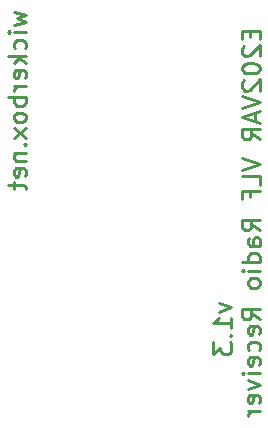
<source format=gbo>
%TF.GenerationSoftware,KiCad,Pcbnew,4.0.4+e1-6308~48~ubuntu16.04.1-stable*%
%TF.CreationDate,2016-12-26T16:39:48-08:00*%
%TF.ProjectId,e202var-vlf-radio-receiver,653230327661722D766C662D72616469,v1.3*%
%TF.FileFunction,Legend,Bot*%
%FSLAX46Y46*%
G04 Gerber Fmt 4.6, Leading zero omitted, Abs format (unit mm)*
G04 Created by KiCad (PCBNEW 4.0.4+e1-6308~48~ubuntu16.04.1-stable) date Mon Dec 26 16:39:48 2016*
%MOMM*%
%LPD*%
G01*
G04 APERTURE LIST*
%ADD10C,0.350000*%
%ADD11C,0.254000*%
G04 APERTURE END LIST*
D10*
D11*
X109274429Y-108566857D02*
X110290429Y-108929714D01*
X109274429Y-109292572D01*
X110290429Y-110671429D02*
X110290429Y-109800572D01*
X110290429Y-110236000D02*
X108766429Y-110236000D01*
X108984143Y-110090857D01*
X109129286Y-109945715D01*
X109201857Y-109800572D01*
X110145286Y-111324572D02*
X110217857Y-111397144D01*
X110290429Y-111324572D01*
X110217857Y-111252001D01*
X110145286Y-111324572D01*
X110290429Y-111324572D01*
X108766429Y-111905143D02*
X108766429Y-112848572D01*
X109347000Y-112340572D01*
X109347000Y-112558286D01*
X109419571Y-112703429D01*
X109492143Y-112776000D01*
X109637286Y-112848572D01*
X110000143Y-112848572D01*
X110145286Y-112776000D01*
X110217857Y-112703429D01*
X110290429Y-112558286D01*
X110290429Y-112122858D01*
X110217857Y-111977715D01*
X110145286Y-111905143D01*
X91875429Y-83901643D02*
X92891429Y-84191929D01*
X92165714Y-84482215D01*
X92891429Y-84772500D01*
X91875429Y-85062786D01*
X92891429Y-85643357D02*
X91875429Y-85643357D01*
X91367429Y-85643357D02*
X91440000Y-85570786D01*
X91512571Y-85643357D01*
X91440000Y-85715929D01*
X91367429Y-85643357D01*
X91512571Y-85643357D01*
X92818857Y-87022214D02*
X92891429Y-86877071D01*
X92891429Y-86586785D01*
X92818857Y-86441643D01*
X92746286Y-86369071D01*
X92601143Y-86296500D01*
X92165714Y-86296500D01*
X92020571Y-86369071D01*
X91948000Y-86441643D01*
X91875429Y-86586785D01*
X91875429Y-86877071D01*
X91948000Y-87022214D01*
X92891429Y-87675357D02*
X91367429Y-87675357D01*
X92310857Y-87820500D02*
X92891429Y-88255929D01*
X91875429Y-88255929D02*
X92456000Y-87675357D01*
X92818857Y-89489643D02*
X92891429Y-89344500D01*
X92891429Y-89054214D01*
X92818857Y-88909071D01*
X92673714Y-88836500D01*
X92093143Y-88836500D01*
X91948000Y-88909071D01*
X91875429Y-89054214D01*
X91875429Y-89344500D01*
X91948000Y-89489643D01*
X92093143Y-89562214D01*
X92238286Y-89562214D01*
X92383429Y-88836500D01*
X92891429Y-90215357D02*
X91875429Y-90215357D01*
X92165714Y-90215357D02*
X92020571Y-90287929D01*
X91948000Y-90360500D01*
X91875429Y-90505643D01*
X91875429Y-90650786D01*
X92891429Y-91158786D02*
X91367429Y-91158786D01*
X91948000Y-91158786D02*
X91875429Y-91303929D01*
X91875429Y-91594215D01*
X91948000Y-91739358D01*
X92020571Y-91811929D01*
X92165714Y-91884500D01*
X92601143Y-91884500D01*
X92746286Y-91811929D01*
X92818857Y-91739358D01*
X92891429Y-91594215D01*
X92891429Y-91303929D01*
X92818857Y-91158786D01*
X92891429Y-92755357D02*
X92818857Y-92610215D01*
X92746286Y-92537643D01*
X92601143Y-92465072D01*
X92165714Y-92465072D01*
X92020571Y-92537643D01*
X91948000Y-92610215D01*
X91875429Y-92755357D01*
X91875429Y-92973072D01*
X91948000Y-93118215D01*
X92020571Y-93190786D01*
X92165714Y-93263357D01*
X92601143Y-93263357D01*
X92746286Y-93190786D01*
X92818857Y-93118215D01*
X92891429Y-92973072D01*
X92891429Y-92755357D01*
X92891429Y-93771357D02*
X91875429Y-94569643D01*
X91875429Y-93771357D02*
X92891429Y-94569643D01*
X92746286Y-95150214D02*
X92818857Y-95222786D01*
X92891429Y-95150214D01*
X92818857Y-95077643D01*
X92746286Y-95150214D01*
X92891429Y-95150214D01*
X91875429Y-95875928D02*
X92891429Y-95875928D01*
X92020571Y-95875928D02*
X91948000Y-95948500D01*
X91875429Y-96093642D01*
X91875429Y-96311357D01*
X91948000Y-96456500D01*
X92093143Y-96529071D01*
X92891429Y-96529071D01*
X92818857Y-97835357D02*
X92891429Y-97690214D01*
X92891429Y-97399928D01*
X92818857Y-97254785D01*
X92673714Y-97182214D01*
X92093143Y-97182214D01*
X91948000Y-97254785D01*
X91875429Y-97399928D01*
X91875429Y-97690214D01*
X91948000Y-97835357D01*
X92093143Y-97907928D01*
X92238286Y-97907928D01*
X92383429Y-97182214D01*
X91875429Y-98343357D02*
X91875429Y-98923928D01*
X91367429Y-98561071D02*
X92673714Y-98561071D01*
X92818857Y-98633643D01*
X92891429Y-98778785D01*
X92891429Y-98923928D01*
X111905143Y-85507284D02*
X111905143Y-86015284D01*
X112703429Y-86232998D02*
X112703429Y-85507284D01*
X111179429Y-85507284D01*
X111179429Y-86232998D01*
X111324571Y-86813570D02*
X111252000Y-86886141D01*
X111179429Y-87031284D01*
X111179429Y-87394141D01*
X111252000Y-87539284D01*
X111324571Y-87611855D01*
X111469714Y-87684427D01*
X111614857Y-87684427D01*
X111832571Y-87611855D01*
X112703429Y-86740998D01*
X112703429Y-87684427D01*
X111179429Y-88627856D02*
X111179429Y-88772999D01*
X111252000Y-88918142D01*
X111324571Y-88990713D01*
X111469714Y-89063284D01*
X111760000Y-89135856D01*
X112122857Y-89135856D01*
X112413143Y-89063284D01*
X112558286Y-88990713D01*
X112630857Y-88918142D01*
X112703429Y-88772999D01*
X112703429Y-88627856D01*
X112630857Y-88482713D01*
X112558286Y-88410142D01*
X112413143Y-88337570D01*
X112122857Y-88264999D01*
X111760000Y-88264999D01*
X111469714Y-88337570D01*
X111324571Y-88410142D01*
X111252000Y-88482713D01*
X111179429Y-88627856D01*
X111324571Y-89716428D02*
X111252000Y-89788999D01*
X111179429Y-89934142D01*
X111179429Y-90296999D01*
X111252000Y-90442142D01*
X111324571Y-90514713D01*
X111469714Y-90587285D01*
X111614857Y-90587285D01*
X111832571Y-90514713D01*
X112703429Y-89643856D01*
X112703429Y-90587285D01*
X111179429Y-91022714D02*
X112703429Y-91530714D01*
X111179429Y-92038714D01*
X112268000Y-92474143D02*
X112268000Y-93199857D01*
X112703429Y-92329000D02*
X111179429Y-92837000D01*
X112703429Y-93345000D01*
X112703429Y-94723857D02*
X111977714Y-94215857D01*
X112703429Y-93853000D02*
X111179429Y-93853000D01*
X111179429Y-94433572D01*
X111252000Y-94578714D01*
X111324571Y-94651286D01*
X111469714Y-94723857D01*
X111687429Y-94723857D01*
X111832571Y-94651286D01*
X111905143Y-94578714D01*
X111977714Y-94433572D01*
X111977714Y-93853000D01*
X111179429Y-96320429D02*
X112703429Y-96828429D01*
X111179429Y-97336429D01*
X112703429Y-98570143D02*
X112703429Y-97844429D01*
X111179429Y-97844429D01*
X111905143Y-99586143D02*
X111905143Y-99078143D01*
X112703429Y-99078143D02*
X111179429Y-99078143D01*
X111179429Y-99803857D01*
X112703429Y-102416429D02*
X111977714Y-101908429D01*
X112703429Y-101545572D02*
X111179429Y-101545572D01*
X111179429Y-102126144D01*
X111252000Y-102271286D01*
X111324571Y-102343858D01*
X111469714Y-102416429D01*
X111687429Y-102416429D01*
X111832571Y-102343858D01*
X111905143Y-102271286D01*
X111977714Y-102126144D01*
X111977714Y-101545572D01*
X112703429Y-103722715D02*
X111905143Y-103722715D01*
X111760000Y-103650144D01*
X111687429Y-103505001D01*
X111687429Y-103214715D01*
X111760000Y-103069572D01*
X112630857Y-103722715D02*
X112703429Y-103577572D01*
X112703429Y-103214715D01*
X112630857Y-103069572D01*
X112485714Y-102997001D01*
X112340571Y-102997001D01*
X112195429Y-103069572D01*
X112122857Y-103214715D01*
X112122857Y-103577572D01*
X112050286Y-103722715D01*
X112703429Y-105101572D02*
X111179429Y-105101572D01*
X112630857Y-105101572D02*
X112703429Y-104956429D01*
X112703429Y-104666143D01*
X112630857Y-104521001D01*
X112558286Y-104448429D01*
X112413143Y-104375858D01*
X111977714Y-104375858D01*
X111832571Y-104448429D01*
X111760000Y-104521001D01*
X111687429Y-104666143D01*
X111687429Y-104956429D01*
X111760000Y-105101572D01*
X112703429Y-105827286D02*
X111687429Y-105827286D01*
X111179429Y-105827286D02*
X111252000Y-105754715D01*
X111324571Y-105827286D01*
X111252000Y-105899858D01*
X111179429Y-105827286D01*
X111324571Y-105827286D01*
X112703429Y-106770714D02*
X112630857Y-106625572D01*
X112558286Y-106553000D01*
X112413143Y-106480429D01*
X111977714Y-106480429D01*
X111832571Y-106553000D01*
X111760000Y-106625572D01*
X111687429Y-106770714D01*
X111687429Y-106988429D01*
X111760000Y-107133572D01*
X111832571Y-107206143D01*
X111977714Y-107278714D01*
X112413143Y-107278714D01*
X112558286Y-107206143D01*
X112630857Y-107133572D01*
X112703429Y-106988429D01*
X112703429Y-106770714D01*
X112703429Y-109963857D02*
X111977714Y-109455857D01*
X112703429Y-109093000D02*
X111179429Y-109093000D01*
X111179429Y-109673572D01*
X111252000Y-109818714D01*
X111324571Y-109891286D01*
X111469714Y-109963857D01*
X111687429Y-109963857D01*
X111832571Y-109891286D01*
X111905143Y-109818714D01*
X111977714Y-109673572D01*
X111977714Y-109093000D01*
X112630857Y-111197572D02*
X112703429Y-111052429D01*
X112703429Y-110762143D01*
X112630857Y-110617000D01*
X112485714Y-110544429D01*
X111905143Y-110544429D01*
X111760000Y-110617000D01*
X111687429Y-110762143D01*
X111687429Y-111052429D01*
X111760000Y-111197572D01*
X111905143Y-111270143D01*
X112050286Y-111270143D01*
X112195429Y-110544429D01*
X112630857Y-112576429D02*
X112703429Y-112431286D01*
X112703429Y-112141000D01*
X112630857Y-111995858D01*
X112558286Y-111923286D01*
X112413143Y-111850715D01*
X111977714Y-111850715D01*
X111832571Y-111923286D01*
X111760000Y-111995858D01*
X111687429Y-112141000D01*
X111687429Y-112431286D01*
X111760000Y-112576429D01*
X112630857Y-113810144D02*
X112703429Y-113665001D01*
X112703429Y-113374715D01*
X112630857Y-113229572D01*
X112485714Y-113157001D01*
X111905143Y-113157001D01*
X111760000Y-113229572D01*
X111687429Y-113374715D01*
X111687429Y-113665001D01*
X111760000Y-113810144D01*
X111905143Y-113882715D01*
X112050286Y-113882715D01*
X112195429Y-113157001D01*
X112703429Y-114535858D02*
X111687429Y-114535858D01*
X111179429Y-114535858D02*
X111252000Y-114463287D01*
X111324571Y-114535858D01*
X111252000Y-114608430D01*
X111179429Y-114535858D01*
X111324571Y-114535858D01*
X111687429Y-115116429D02*
X112703429Y-115479286D01*
X111687429Y-115842144D01*
X112630857Y-117003287D02*
X112703429Y-116858144D01*
X112703429Y-116567858D01*
X112630857Y-116422715D01*
X112485714Y-116350144D01*
X111905143Y-116350144D01*
X111760000Y-116422715D01*
X111687429Y-116567858D01*
X111687429Y-116858144D01*
X111760000Y-117003287D01*
X111905143Y-117075858D01*
X112050286Y-117075858D01*
X112195429Y-116350144D01*
X112703429Y-117729001D02*
X111687429Y-117729001D01*
X111977714Y-117729001D02*
X111832571Y-117801573D01*
X111760000Y-117874144D01*
X111687429Y-118019287D01*
X111687429Y-118164430D01*
M02*

</source>
